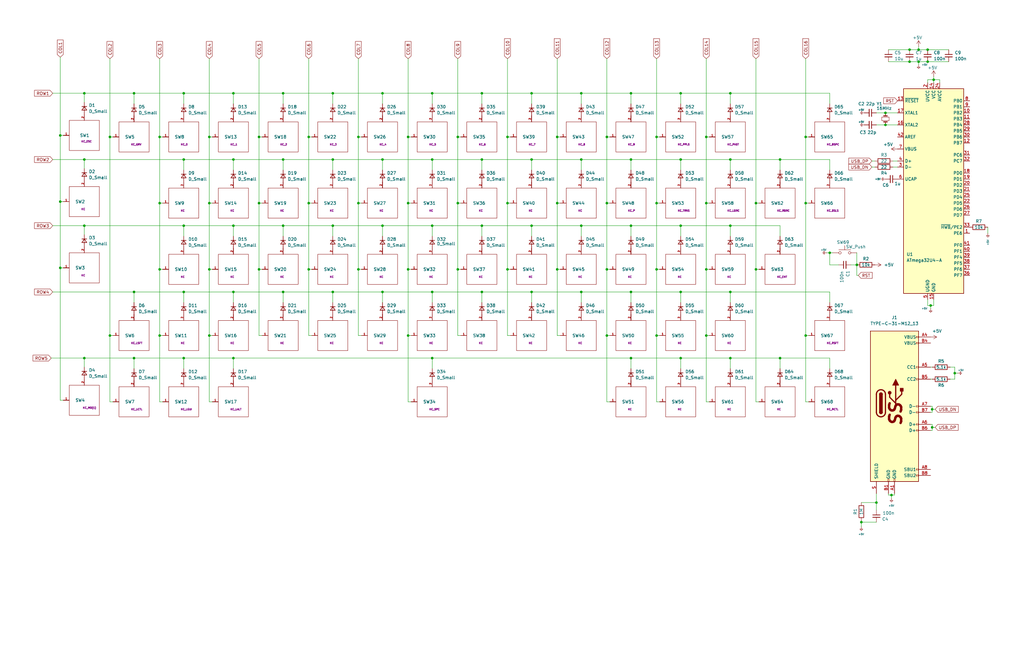
<source format=kicad_sch>
(kicad_sch (version 20211123) (generator eeschema)
  (paper "B")
  (junction (at 109.22 57.785))
  (junction (at 234.95 113.665))
  (junction (at 318.77 85.725))
  (junction (at 213.995 85.725))
  (junction (at 88.265 57.785))
  (junction (at 161.29 67.31))
  (junction (at 363.22 220.345))
  (junction (at 140.335 95.25))
  (junction (at 130.175 113.665))
  (junction (at 276.86 85.725))
  (junction (at 213.995 57.785))
  (junction (at 193.04 85.725))
  (junction (at 297.815 113.665))
  (junction (at 193.04 113.665))
  (junction (at 161.29 123.19))
  (junction (at 361.315 111.76))
  (junction (at 328.93 67.31))
  (junction (at 255.905 141.605))
  (junction (at 276.86 57.785))
  (junction (at 109.22 85.725))
  (junction (at 255.905 57.785))
  (junction (at 276.86 113.665))
  (junction (at 119.38 67.31))
  (junction (at 393.7 33.655))
  (junction (at 287.02 123.19))
  (junction (at 213.995 113.665))
  (junction (at 25.4 85.09))
  (junction (at 373.38 47.625))
  (junction (at 203.2 67.31))
  (junction (at 35.56 67.31))
  (junction (at 130.175 57.785))
  (junction (at 383.54 20.955))
  (junction (at 67.31 113.665))
  (junction (at 193.04 57.785))
  (junction (at 182.245 123.19))
  (junction (at 373.38 52.705))
  (junction (at 391.16 20.955))
  (junction (at 307.975 151.13))
  (junction (at 151.13 57.785))
  (junction (at 393.065 180.34))
  (junction (at 387.35 26.035))
  (junction (at 161.29 39.37))
  (junction (at 182.245 151.13))
  (junction (at 255.905 113.665))
  (junction (at 392.43 128.905))
  (junction (at 98.425 151.13))
  (junction (at 77.47 67.31))
  (junction (at 98.425 39.37))
  (junction (at 402.59 157.48))
  (junction (at 77.47 95.25))
  (junction (at 276.86 141.605))
  (junction (at 182.245 39.37))
  (junction (at 161.29 95.25))
  (junction (at 245.11 67.31))
  (junction (at 151.13 113.665))
  (junction (at 224.155 95.25))
  (junction (at 255.905 85.725))
  (junction (at 339.725 57.785))
  (junction (at 151.13 85.725))
  (junction (at 234.95 85.725))
  (junction (at 172.085 141.605))
  (junction (at 67.31 57.785))
  (junction (at 67.31 85.725))
  (junction (at 203.2 123.19))
  (junction (at 56.515 123.19))
  (junction (at 203.2 39.37))
  (junction (at 77.47 123.19))
  (junction (at 318.77 113.665))
  (junction (at 339.725 85.725))
  (junction (at 46.355 57.785))
  (junction (at 234.95 57.785))
  (junction (at 203.2 95.25))
  (junction (at 172.085 85.725))
  (junction (at 245.11 39.37))
  (junction (at 56.515 39.37))
  (junction (at 387.35 20.955))
  (junction (at 119.38 95.25))
  (junction (at 266.065 151.13))
  (junction (at 224.155 123.19))
  (junction (at 224.155 39.37))
  (junction (at 266.065 95.25))
  (junction (at 287.02 95.25))
  (junction (at 349.885 106.68))
  (junction (at 67.31 141.605))
  (junction (at 287.02 39.37))
  (junction (at 46.355 141.605))
  (junction (at 328.93 151.13))
  (junction (at 119.38 123.19))
  (junction (at 35.56 151.13))
  (junction (at 224.155 67.31))
  (junction (at 182.245 67.31))
  (junction (at 307.975 39.37))
  (junction (at 88.265 113.665))
  (junction (at 77.47 151.13))
  (junction (at 182.245 95.25))
  (junction (at 98.425 67.31))
  (junction (at 266.065 67.31))
  (junction (at 287.02 151.13))
  (junction (at 393.065 172.72))
  (junction (at 35.56 39.37))
  (junction (at 56.515 151.13))
  (junction (at 307.975 67.31))
  (junction (at 119.38 39.37))
  (junction (at 130.175 85.725))
  (junction (at 297.815 85.725))
  (junction (at 109.22 113.665))
  (junction (at 375.92 208.915))
  (junction (at 339.725 141.605))
  (junction (at 25.4 113.03))
  (junction (at 297.815 141.605))
  (junction (at 35.56 95.25))
  (junction (at 98.425 123.19))
  (junction (at 88.265 141.605))
  (junction (at 172.085 57.785))
  (junction (at 25.4 57.15))
  (junction (at 140.335 67.31))
  (junction (at 383.54 26.035))
  (junction (at 297.815 57.785))
  (junction (at 307.975 123.19))
  (junction (at 307.975 95.25))
  (junction (at 140.335 123.19))
  (junction (at 266.065 123.19))
  (junction (at 98.425 95.25))
  (junction (at 245.11 95.25))
  (junction (at 391.16 26.035))
  (junction (at 88.265 85.725))
  (junction (at 172.085 113.665))
  (junction (at 266.065 39.37))
  (junction (at 287.02 67.31))
  (junction (at 77.47 39.37))
  (junction (at 369.57 212.09))
  (junction (at 245.11 123.19))
  (junction (at 140.335 39.37))
  (wire (pts (xy 349.885 43.815) (xy 349.885 39.37)))
  (wire (pts (xy 377.19 208.915) (xy 377.19 208.28)))
  (wire (pts (xy 193.04 85.725) (xy 193.04 113.665)))
  (wire (pts (xy 88.265 141.605) (xy 89.535 141.605)))
  (wire (pts (xy 367.665 67.945) (xy 368.935 67.945)))
  (wire (pts (xy 266.065 99.695) (xy 266.065 95.25)))
  (wire (pts (xy 383.54 26.035) (xy 387.35 26.035)))
  (wire (pts (xy 393.7 126.365) (xy 393.7 128.905)))
  (wire (pts (xy 393.7 33.655) (xy 396.24 33.655)))
  (wire (pts (xy 287.02 123.19) (xy 266.065 123.19)))
  (wire (pts (xy 416.56 95.885) (xy 416.56 98.425)))
  (wire (pts (xy 339.725 57.785) (xy 339.725 85.725)))
  (wire (pts (xy 363.22 220.345) (xy 363.22 219.71)))
  (wire (pts (xy 276.86 141.605) (xy 276.86 169.545)))
  (wire (pts (xy 119.38 71.755) (xy 119.38 67.31)))
  (wire (pts (xy 46.355 57.785) (xy 47.625 57.785)))
  (wire (pts (xy 98.425 43.815) (xy 98.425 39.37)))
  (wire (pts (xy 361.95 116.205) (xy 361.315 116.205)))
  (wire (pts (xy 373.38 52.705) (xy 378.46 52.705)))
  (wire (pts (xy 119.38 67.31) (xy 98.425 67.31)))
  (wire (pts (xy 67.31 141.605) (xy 67.31 169.545)))
  (wire (pts (xy 193.04 113.665) (xy 194.31 113.665)))
  (wire (pts (xy 339.725 141.605) (xy 339.725 169.545)))
  (wire (pts (xy 151.13 141.605) (xy 152.4 141.605)))
  (wire (pts (xy 35.56 154.94) (xy 35.56 151.13)))
  (wire (pts (xy 46.355 141.605) (xy 46.355 169.545)))
  (wire (pts (xy 392.43 128.905) (xy 391.16 128.905)))
  (wire (pts (xy 35.56 99.06) (xy 35.56 95.25)))
  (wire (pts (xy 224.155 123.19) (xy 203.2 123.19)))
  (wire (pts (xy 98.425 39.37) (xy 77.47 39.37)))
  (wire (pts (xy 287.02 67.31) (xy 266.065 67.31)))
  (wire (pts (xy 98.425 99.695) (xy 98.425 95.25)))
  (wire (pts (xy 339.725 169.545) (xy 340.995 169.545)))
  (wire (pts (xy 88.265 24.765) (xy 88.265 57.785)))
  (wire (pts (xy 393.7 128.905) (xy 392.43 128.905)))
  (wire (pts (xy 234.95 113.665) (xy 234.95 141.605)))
  (wire (pts (xy 391.16 128.905) (xy 391.16 126.365)))
  (wire (pts (xy 130.175 85.725) (xy 130.175 113.665)))
  (wire (pts (xy 369.57 52.705) (xy 373.38 52.705)))
  (wire (pts (xy 297.815 113.665) (xy 297.815 141.605)))
  (wire (pts (xy 119.38 39.37) (xy 98.425 39.37)))
  (wire (pts (xy 172.085 141.605) (xy 173.355 141.605)))
  (wire (pts (xy 276.86 113.665) (xy 276.86 141.605)))
  (wire (pts (xy 25.4 113.03) (xy 25.4 168.91)))
  (wire (pts (xy 387.35 20.955) (xy 391.16 20.955)))
  (wire (pts (xy 213.995 113.665) (xy 213.995 141.605)))
  (wire (pts (xy 320.04 85.725) (xy 318.77 85.725)))
  (wire (pts (xy 276.86 57.785) (xy 276.86 85.725)))
  (wire (pts (xy 140.335 67.31) (xy 119.38 67.31)))
  (wire (pts (xy 161.29 123.19) (xy 140.335 123.19)))
  (wire (pts (xy 393.065 173.99) (xy 392.43 173.99)))
  (wire (pts (xy 130.175 113.665) (xy 131.445 113.665)))
  (wire (pts (xy 161.29 127.635) (xy 161.29 123.19)))
  (wire (pts (xy 224.155 67.31) (xy 203.2 67.31)))
  (wire (pts (xy 349.885 106.68) (xy 348.615 106.68)))
  (wire (pts (xy 255.905 141.605) (xy 255.905 169.545)))
  (wire (pts (xy 182.245 155.575) (xy 182.245 151.13)))
  (wire (pts (xy 67.31 113.665) (xy 67.31 141.605)))
  (wire (pts (xy 119.38 127.635) (xy 119.38 123.19)))
  (wire (pts (xy 194.31 85.725) (xy 193.04 85.725)))
  (wire (pts (xy 213.995 57.785) (xy 213.995 85.725)))
  (wire (pts (xy 349.885 155.575) (xy 349.885 151.13)))
  (wire (pts (xy 130.175 24.765) (xy 130.175 57.785)))
  (wire (pts (xy 266.065 127.635) (xy 266.065 123.19)))
  (wire (pts (xy 318.77 113.665) (xy 320.04 113.665)))
  (wire (pts (xy 255.905 169.545) (xy 257.175 169.545)))
  (wire (pts (xy 25.4 113.03) (xy 26.67 113.03)))
  (wire (pts (xy 35.56 39.37) (xy 22.225 39.37)))
  (wire (pts (xy 68.58 85.725) (xy 67.31 85.725)))
  (wire (pts (xy 266.065 39.37) (xy 245.11 39.37)))
  (wire (pts (xy 67.31 57.785) (xy 68.58 57.785)))
  (wire (pts (xy 213.995 113.665) (xy 215.265 113.665)))
  (wire (pts (xy 46.355 24.765) (xy 46.355 57.785)))
  (wire (pts (xy 276.86 24.765) (xy 276.86 57.785)))
  (wire (pts (xy 257.175 85.725) (xy 255.905 85.725)))
  (wire (pts (xy 387.35 19.685) (xy 387.35 20.955)))
  (wire (pts (xy 307.975 123.19) (xy 287.02 123.19)))
  (wire (pts (xy 266.065 67.31) (xy 245.11 67.31)))
  (wire (pts (xy 349.885 111.76) (xy 349.885 106.68)))
  (wire (pts (xy 161.29 43.815) (xy 161.29 39.37)))
  (wire (pts (xy 393.7 32.385) (xy 393.7 33.655)))
  (wire (pts (xy 328.93 71.755) (xy 328.93 67.31)))
  (wire (pts (xy 393.065 179.07) (xy 393.065 180.34)))
  (wire (pts (xy 88.265 169.545) (xy 89.535 169.545)))
  (wire (pts (xy 46.355 169.545) (xy 47.625 169.545)))
  (wire (pts (xy 213.995 24.765) (xy 213.995 57.785)))
  (wire (pts (xy 109.22 57.785) (xy 109.22 85.725)))
  (wire (pts (xy 88.265 57.785) (xy 89.535 57.785)))
  (wire (pts (xy 393.065 171.45) (xy 392.43 171.45)))
  (wire (pts (xy 25.4 85.09) (xy 25.4 113.03)))
  (wire (pts (xy 98.425 123.19) (xy 77.47 123.19)))
  (wire (pts (xy 255.905 113.665) (xy 255.905 141.605)))
  (wire (pts (xy 22.225 123.19) (xy 56.515 123.19)))
  (wire (pts (xy 245.11 127.635) (xy 245.11 123.19)))
  (wire (pts (xy 203.2 95.25) (xy 182.245 95.25)))
  (wire (pts (xy 193.04 57.785) (xy 193.04 85.725)))
  (wire (pts (xy 383.54 20.955) (xy 387.35 20.955)))
  (wire (pts (xy 234.95 113.665) (xy 236.22 113.665)))
  (wire (pts (xy 369.57 47.625) (xy 373.38 47.625)))
  (wire (pts (xy 236.22 85.725) (xy 234.95 85.725)))
  (wire (pts (xy 245.11 95.25) (xy 224.155 95.25)))
  (wire (pts (xy 307.975 127.635) (xy 307.975 123.19)))
  (wire (pts (xy 339.725 24.765) (xy 339.725 57.785)))
  (wire (pts (xy 278.13 85.725) (xy 276.86 85.725)))
  (wire (pts (xy 307.975 151.13) (xy 287.02 151.13)))
  (wire (pts (xy 353.695 111.76) (xy 349.885 111.76)))
  (wire (pts (xy 193.04 141.605) (xy 194.31 141.605)))
  (wire (pts (xy 130.175 57.785) (xy 131.445 57.785)))
  (wire (pts (xy 131.445 85.725) (xy 130.175 85.725)))
  (wire (pts (xy 349.885 106.68) (xy 351.155 106.68)))
  (wire (pts (xy 393.065 179.07) (xy 392.43 179.07)))
  (wire (pts (xy 387.35 26.035) (xy 387.35 27.305)))
  (wire (pts (xy 245.11 39.37) (xy 224.155 39.37)))
  (wire (pts (xy 77.47 123.19) (xy 56.515 123.19)))
  (wire (pts (xy 234.95 141.605) (xy 236.22 141.605)))
  (wire (pts (xy 224.155 99.695) (xy 224.155 95.25)))
  (wire (pts (xy 119.38 99.695) (xy 119.38 95.25)))
  (wire (pts (xy 77.47 39.37) (xy 56.515 39.37)))
  (wire (pts (xy 339.725 141.605) (xy 340.995 141.605)))
  (wire (pts (xy 35.56 67.31) (xy 22.225 67.31)))
  (wire (pts (xy 140.335 43.815) (xy 140.335 39.37)))
  (wire (pts (xy 400.685 160.02) (xy 402.59 160.02)))
  (wire (pts (xy 56.515 39.37) (xy 35.56 39.37)))
  (wire (pts (xy 119.38 95.25) (xy 98.425 95.25)))
  (wire (pts (xy 25.4 24.13) (xy 25.4 57.15)))
  (wire (pts (xy 193.04 57.785) (xy 194.31 57.785)))
  (wire (pts (xy 307.975 155.575) (xy 307.975 151.13)))
  (wire (pts (xy 213.995 141.605) (xy 215.265 141.605)))
  (wire (pts (xy 151.13 113.665) (xy 152.4 113.665)))
  (wire (pts (xy 391.16 33.655) (xy 393.7 33.655)))
  (wire (pts (xy 56.515 155.575) (xy 56.515 151.13)))
  (wire (pts (xy 318.77 85.725) (xy 318.77 113.665)))
  (wire (pts (xy 307.975 123.19) (xy 349.885 123.19)))
  (wire (pts (xy 35.56 95.25) (xy 77.47 95.25)))
  (wire (pts (xy 193.04 113.665) (xy 193.04 141.605)))
  (wire (pts (xy 339.725 85.725) (xy 339.725 141.605)))
  (wire (pts (xy 375.92 208.915) (xy 375.92 210.185)))
  (wire (pts (xy 391.16 20.955) (xy 400.05 20.955)))
  (wire (pts (xy 25.4 57.15) (xy 26.67 57.15)))
  (wire (pts (xy 151.13 57.785) (xy 151.13 85.725)))
  (wire (pts (xy 224.155 95.25) (xy 203.2 95.25)))
  (wire (pts (xy 363.22 220.345) (xy 369.57 220.345)))
  (wire (pts (xy 161.29 99.695) (xy 161.29 95.25)))
  (wire (pts (xy 287.02 39.37) (xy 266.065 39.37)))
  (wire (pts (xy 375.92 208.915) (xy 377.19 208.915)))
  (wire (pts (xy 266.065 155.575) (xy 266.065 151.13)))
  (wire (pts (xy 276.86 113.665) (xy 278.13 113.665)))
  (wire (pts (xy 109.22 24.765) (xy 109.22 57.785)))
  (wire (pts (xy 182.245 99.695) (xy 182.245 95.25)))
  (wire (pts (xy 297.815 113.665) (xy 299.085 113.665)))
  (wire (pts (xy 266.065 123.19) (xy 245.11 123.19)))
  (wire (pts (xy 56.515 151.13) (xy 35.56 151.13)))
  (wire (pts (xy 393.065 180.34) (xy 393.065 181.61)))
  (wire (pts (xy 203.2 39.37) (xy 182.245 39.37)))
  (wire (pts (xy 88.265 141.605) (xy 88.265 169.545)))
  (wire (pts (xy 287.02 155.575) (xy 287.02 151.13)))
  (wire (pts (xy 203.2 67.31) (xy 182.245 67.31)))
  (wire (pts (xy 266.065 71.755) (xy 266.065 67.31)))
  (wire (pts (xy 182.245 127.635) (xy 182.245 123.19)))
  (wire (pts (xy 215.265 85.725) (xy 213.995 85.725)))
  (wire (pts (xy 234.95 24.765) (xy 234.95 57.785)))
  (wire (pts (xy 67.31 57.785) (xy 67.31 85.725)))
  (wire (pts (xy 297.815 57.785) (xy 299.085 57.785)))
  (wire (pts (xy 224.155 39.37) (xy 203.2 39.37)))
  (wire (pts (xy 172.085 57.785) (xy 173.355 57.785)))
  (wire (pts (xy 172.085 24.765) (xy 172.085 57.785)))
  (wire (pts (xy 172.085 113.665) (xy 172.085 141.605)))
  (wire (pts (xy 77.47 127.635) (xy 77.47 123.19)))
  (wire (pts (xy 26.67 85.09) (xy 25.4 85.09)))
  (wire (pts (xy 393.7 33.655) (xy 393.7 34.925)))
  (wire (pts (xy 203.2 127.635) (xy 203.2 123.19)))
  (wire (pts (xy 255.905 85.725) (xy 255.905 113.665)))
  (wire (pts (xy 287.02 151.13) (xy 266.065 151.13)))
  (wire (pts (xy 172.085 169.545) (xy 173.355 169.545)))
  (wire (pts (xy 98.425 155.575) (xy 98.425 151.13)))
  (wire (pts (xy 182.245 71.755) (xy 182.245 67.31)))
  (wire (pts (xy 98.425 151.13) (xy 77.47 151.13)))
  (wire (pts (xy 234.95 57.785) (xy 236.22 57.785)))
  (wire (pts (xy 203.2 123.19) (xy 182.245 123.19)))
  (wire (pts (xy 287.02 99.695) (xy 287.02 95.25)))
  (wire (pts (xy 318.77 113.665) (xy 318.77 169.545)))
  (wire (pts (xy 46.355 57.785) (xy 46.355 141.605)))
  (wire (pts (xy 140.335 99.695) (xy 140.335 95.25)))
  (wire (pts (xy 245.11 67.31) (xy 224.155 67.31)))
  (wire (pts (xy 182.245 39.37) (xy 161.29 39.37)))
  (wire (pts (xy 98.425 127.635) (xy 98.425 123.19)))
  (wire (pts (xy 88.265 113.665) (xy 88.265 141.605)))
  (wire (pts (xy 297.815 169.545) (xy 299.085 169.545)))
  (wire (pts (xy 140.335 95.25) (xy 119.38 95.25)))
  (wire (pts (xy 193.04 24.765) (xy 193.04 57.785)))
  (wire (pts (xy 88.265 113.665) (xy 89.535 113.665)))
  (wire (pts (xy 110.49 85.725) (xy 109.22 85.725)))
  (wire (pts (xy 161.29 39.37) (xy 140.335 39.37)))
  (wire (pts (xy 98.425 95.25) (xy 77.47 95.25)))
  (wire (pts (xy 297.815 141.605) (xy 297.815 169.545)))
  (wire (pts (xy 109.22 57.785) (xy 110.49 57.785)))
  (wire (pts (xy 152.4 85.725) (xy 151.13 85.725)))
  (wire (pts (xy 56.515 43.815) (xy 56.515 39.37)))
  (wire (pts (xy 140.335 127.635) (xy 140.335 123.19)))
  (wire (pts (xy 307.975 95.25) (xy 287.02 95.25)))
  (wire (pts (xy 276.86 85.725) (xy 276.86 113.665)))
  (wire (pts (xy 67.31 85.725) (xy 67.31 113.665)))
  (wire (pts (xy 98.425 151.13) (xy 182.245 151.13)))
  (wire (pts (xy 276.86 57.785) (xy 278.13 57.785)))
  (wire (pts (xy 172.085 141.605) (xy 172.085 169.545)))
  (wire (pts (xy 140.335 123.19) (xy 119.38 123.19)))
  (wire (pts (xy 255.905 57.785) (xy 255.905 85.725)))
  (wire (pts (xy 77.47 99.695) (xy 77.47 95.25)))
  (wire (pts (xy 151.13 57.785) (xy 152.4 57.785)))
  (wire (pts (xy 363.22 222.25) (xy 363.22 220.345)))
  (wire (pts (xy 67.31 141.605) (xy 68.58 141.605)))
  (wire (pts (xy 234.95 57.785) (xy 234.95 85.725)))
  (wire (pts (xy 373.38 47.625) (xy 378.46 47.625)))
  (wire (pts (xy 25.4 57.15) (xy 25.4 85.09)))
  (wire (pts (xy 88.265 57.785) (xy 88.265 85.725)))
  (wire (pts (xy 98.425 67.31) (xy 77.47 67.31)))
  (wire (pts (xy 402.59 160.02) (xy 402.59 157.48)))
  (wire (pts (xy 161.29 71.755) (xy 161.29 67.31)))
  (wire (pts (xy 374.65 20.955) (xy 383.54 20.955)))
  (wire (pts (xy 109.22 85.725) (xy 109.22 113.665)))
  (wire (pts (xy 25.4 168.91) (xy 26.67 168.91)))
  (wire (pts (xy 151.13 85.725) (xy 151.13 113.665)))
  (wire (pts (xy 276.86 169.545) (xy 278.13 169.545)))
  (wire (pts (xy 182.245 67.31) (xy 161.29 67.31)))
  (wire (pts (xy 287.02 95.25) (xy 266.065 95.25)))
  (wire (pts (xy 88.265 85.725) (xy 88.265 113.665)))
  (wire (pts (xy 328.93 95.25) (xy 307.975 95.25)))
  (wire (pts (xy 119.38 123.19) (xy 98.425 123.19)))
  (wire (pts (xy 35.56 43.18) (xy 35.56 39.37)))
  (wire (pts (xy 245.11 43.815) (xy 245.11 39.37)))
  (wire (pts (xy 374.65 208.915) (xy 375.92 208.915)))
  (wire (pts (xy 391.16 34.925) (xy 391.16 33.655)))
  (wire (pts (xy 378.46 67.945) (xy 376.555 67.945)))
  (wire (pts (xy 363.22 212.09) (xy 369.57 212.09)))
  (wire (pts (xy 203.2 99.695) (xy 203.2 95.25)))
  (wire (pts (xy 130.175 57.785) (xy 130.175 85.725)))
  (wire (pts (xy 287.02 127.635) (xy 287.02 123.19)))
  (wire (pts (xy 307.975 43.815) (xy 307.975 39.37)))
  (wire (pts (xy 393.065 181.61) (xy 392.43 181.61)))
  (wire (pts (xy 67.31 113.665) (xy 68.58 113.665)))
  (wire (pts (xy 77.47 151.13) (xy 56.515 151.13)))
  (wire (pts (xy 266.065 43.815) (xy 266.065 39.37)))
  (wire (pts (xy 140.335 71.755) (xy 140.335 67.31)))
  (wire (pts (xy 349.885 151.13) (xy 328.93 151.13)))
  (wire (pts (xy 299.085 85.725) (xy 297.815 85.725)))
  (wire (pts (xy 203.2 71.755) (xy 203.2 67.31)))
  (wire (pts (xy 255.905 113.665) (xy 257.175 113.665)))
  (wire (pts (xy 307.975 39.37) (xy 287.02 39.37)))
  (wire (pts (xy 328.93 151.13) (xy 307.975 151.13)))
  (wire (pts (xy 35.56 151.13) (xy 21.59 151.13)))
  (wire (pts (xy 172.085 113.665) (xy 173.355 113.665)))
  (wire (pts (xy 349.885 71.755) (xy 349.885 67.31)))
  (wire (pts (xy 234.95 85.725) (xy 234.95 113.665)))
  (wire (pts (xy 89.535 85.725) (xy 88.265 85.725)))
  (wire (pts (xy 349.885 127.635) (xy 349.885 123.19)))
  (wire (pts (xy 109.22 113.665) (xy 110.49 113.665)))
  (wire (pts (xy 203.2 43.815) (xy 203.2 39.37)))
  (wire (pts (xy 172.085 85.725) (xy 172.085 113.665)))
  (wire (pts (xy 374.65 26.035) (xy 383.54 26.035)))
  (wire (pts (xy 339.725 57.785) (xy 340.995 57.785)))
  (wire (pts (xy 393.065 180.34) (xy 394.335 180.34)))
  (wire (pts (xy 402.59 157.48) (xy 403.86 157.48)))
  (wire (pts (xy 245.11 123.19) (xy 224.155 123.19)))
  (wire (pts (xy 245.11 99.695) (xy 245.11 95.25)))
  (wire (pts (xy 376.555 70.485) (xy 378.46 70.485)))
  (wire (pts (xy 140.335 39.37) (xy 119.38 39.37)))
  (wire (pts (xy 67.31 169.545) (xy 68.58 169.545)))
  (wire (pts (xy 287.02 43.815) (xy 287.02 39.37)))
  (wire (pts (xy 182.245 123.19) (xy 161.29 123.19)))
  (wire (pts (xy 224.155 43.815) (xy 224.155 39.37)))
  (wire (pts (xy 213.995 85.725) (xy 213.995 113.665)))
  (wire (pts (xy 67.31 24.765) (xy 67.31 57.785)))
  (wire (pts (xy 130.175 113.665) (xy 130.175 141.605)))
  (wire (pts (xy 35.56 67.31) (xy 77.47 67.31)))
  (wire (pts (xy 46.355 141.605) (xy 47.625 141.605)))
  (wire (pts (xy 393.065 172.72) (xy 394.335 172.72)))
  (wire (pts (xy 392.43 154.94) (xy 393.065 154.94)))
  (wire (pts (xy 369.57 212.09) (xy 369.57 215.265)))
  (wire (pts (xy 182.245 95.25) (xy 161.29 95.25)))
  (wire (pts (xy 56.515 127.635) (xy 56.515 123.19)))
  (wire (pts (xy 213.995 57.785) (xy 215.265 57.785)))
  (wire (pts (xy 109.22 113.665) (xy 109.22 141.605)))
  (wire (pts (xy 392.43 128.905) (xy 392.43 130.175)))
  (wire (pts (xy 109.22 141.605) (xy 110.49 141.605)))
  (wire (pts (xy 393.065 172.72) (xy 393.065 173.99)))
  (wire (pts (xy 255.905 24.765) (xy 255.905 57.785)))
  (wire (pts (xy 130.175 141.605) (xy 131.445 141.605)))
  (wire (pts (xy 287.02 71.755) (xy 287.02 67.31)))
  (wire (pts (xy 98.425 71.755) (xy 98.425 67.31)))
  (wire (pts (xy 77.47 71.755) (xy 77.47 67.31)))
  (wire (pts (xy 35.56 95.25) (xy 22.225 95.25)))
  (wire (pts (xy 297.815 141.605) (xy 299.085 141.605)))
  (wire (pts (xy 119.38 43.815) (xy 119.38 39.37)))
  (wire (pts (xy 392.43 160.02) (xy 393.065 160.02)))
  (wire (pts (xy 340.995 85.725) (xy 339.725 85.725)))
  (wire (pts (xy 245.11 71.755) (xy 245.11 67.31)))
  (wire (pts (xy 35.56 71.12) (xy 35.56 67.31)))
  (wire (pts (xy 349.885 67.31) (xy 328.93 67.31)))
  (wire (pts (xy 361.315 106.68) (xy 361.315 111.76)))
  (wire (pts (xy 367.665 70.485) (xy 368.935 70.485)))
  (wire (pts (xy 151.13 113.665) (xy 151.13 141.605)))
  (wire (pts (xy 361.315 111.76) (xy 361.315 116.205)))
  (wire (pts (xy 402.59 157.48) (xy 402.59 154.94)))
  (wire (pts (xy 328.93 67.31) (xy 307.975 67.31)))
  (wire (pts (xy 318.77 24.765) (xy 318.77 85.725)))
  (wire (pts (xy 374.65 208.915) (xy 374.65 208.28)))
  (wire (pts (xy 151.13 24.765) (xy 151.13 57.785)))
  (wire (pts (xy 255.905 57.785) (xy 257.175 57.785)))
  (wire (pts (xy 297.815 57.785) (xy 297.815 85.725)))
  (wire (pts (xy 361.315 111.76) (xy 358.775 111.76)))
  (wire (pts (xy 307.975 67.31) (xy 287.02 67.31)))
  (wire (pts (xy 77.47 155.575) (xy 77.47 151.13)))
  (wire (pts (xy 328.93 99.695) (xy 328.93 95.25)))
  (wire (pts (xy 328.93 155.575) (xy 328.93 151.13)))
  (wire (pts (xy 266.065 95.25) (xy 245.11 95.25)))
  (wire (pts (xy 297.815 85.725) (xy 297.815 113.665)))
  (wire (pts (xy 173.355 85.725) (xy 172.085 85.725)))
  (wire (pts (xy 391.16 26.035) (xy 400.05 26.035)))
  (wire (pts (xy 396.24 33.655) (xy 396.24 34.925)))
  (wire (pts (xy 224.155 71.755) (xy 224.155 67.31)))
  (wire (pts (xy 276.86 141.605) (xy 278.13 141.605)))
  (wire (pts (xy 255.905 141.605) (xy 257.175 141.605)))
  (wire (pts (xy 77.47 43.815) (xy 77.47 39.37)))
  (wire (pts (xy 307.975 39.37) (xy 349.885 39.37)))
  (wire (pts (xy 182.245 43.815) (xy 182.245 39.37)))
  (wire (pts (xy 307.975 71.755) (xy 307.975 67.31)))
  (wire (pts (xy 161.29 95.25) (xy 140.335 95.25)))
  (wire (pts (xy 297.815 24.765) (xy 297.815 57.785)))
  (wire (pts (xy 182.245 151.13) (xy 266.065 151.13)))
  (wire (pts (xy 387.35 26.035) (xy 391.16 26.035)))
  (wire (pts (xy 393.065 171.45) (xy 393.065 172.72)))
  (wire (pts (xy 172.085 57.785) (xy 172.085 85.725)))
  (wire (pts (xy 161.29 67.31) (xy 140.335 67.31)))
  (wire (pts (xy 402.59 154.94) (xy 400.685 154.94)))
  (wire (pts (xy 224.155 127.635) (xy 224.155 123.19)))
  (wire (pts (xy 369.57 208.28) (xy 369.57 212.09)))
  (wire (pts (xy 307.975 99.695) (xy 307.975 95.25)))
  (wire (pts (xy 318.77 169.545) (xy 320.04 169.545)))
  (global_label "USB_DP" (shape input) (at 394.335 180.34 0) (property "Intersheet References" "${INTERSHEET_REFS}" (effects hide)))
  (global_label "RST" (shape input) (at 361.95 116.205 0) (property "Intersheet References" "${INTERSHEET_REFS}" (effects hide)))
  (global_label "COL11" (shape input) (at 234.95 24.765 90) (property "Intersheet References" "${INTERSHEET_REFS}" (effects hide)))
  (global_label "ROW3" (shape input) (at 22.225 95.25 180) (property "Intersheet References" "${INTERSHEET_REFS}" (effects hide)))
  (global_label "COL2" (shape input) (at 46.355 24.765 90) (property "Intersheet References" "${INTERSHEET_REFS}" (effects hide)))
  (global_label "COL12" (shape input) (at 255.905 24.765 90) (property "Intersheet References" "${INTERSHEET_REFS}" (effects hide)))
  (global_label "RST" (shape input) (at 378.46 42.545 180) (property "Intersheet References" "${INTERSHEET_REFS}" (effects hide)))
  (global_label "USB_DP" (shape input) (at 367.665 67.945 180) (property "Intersheet References" "${INTERSHEET_REFS}" (effects hide)))
  (global_label "COL10" (shape input) (at 213.995 24.765 90) (property "Intersheet References" "${INTERSHEET_REFS}" (effects hide)))
  (global_label "COL8" (shape input) (at 172.085 24.765 90) (property "Intersheet References" "${INTERSHEET_REFS}" (effects hide)))
  (global_label "COL15" (shape input) (at 318.77 24.765 90) (property "Intersheet References" "${INTERSHEET_REFS}" (effects hide)))
  (global_label "COL7" (shape input) (at 151.13 24.765 90) (property "Intersheet References" "${INTERSHEET_REFS}" (effects hide)))
  (global_label "USB_DN" (shape input) (at 367.665 70.485 180) (property "Intersheet References" "${INTERSHEET_REFS}" (effects hide)))
  (global_label "ROW2" (shape input) (at 22.225 67.31 180) (property "Intersheet References" "${INTERSHEET_REFS}" (effects hide)))
  (global_label "COL16" (shape input) (at 339.725 24.765 90) (property "Intersheet References" "${INTERSHEET_REFS}" (effects hide)))
  (global_label "ROW5" (shape input) (at 21.59 151.13 180) (property "Intersheet References" "${INTERSHEET_REFS}" (effects hide)))
  (global_label "COL14" (shape input) (at 297.815 24.765 90) (property "Intersheet References" "${INTERSHEET_REFS}" (effects hide)))
  (global_label "COL5" (shape input) (at 109.22 24.765 90) (property "Intersheet References" "${INTERSHEET_REFS}" (effects hide)))
  (global_label "ROW4" (shape input) (at 22.225 123.19 180) (property "Intersheet References" "${INTERSHEET_REFS}" (effects hide)))
  (global_label "ROW1" (shape input) (at 22.225 39.37 180) (property "Intersheet References" "${INTERSHEET_REFS}" (effects hide)))
  (global_label "COL1" (shape input) (at 25.4 24.13 90) (property "Intersheet References" "${INTERSHEET_REFS}" (effects hide)))
  (global_label "COL6" (shape input) (at 130.175 24.765 90) (property "Intersheet References" "${INTERSHEET_REFS}" (effects hide)))
  (global_label "COL9" (shape input) (at 193.04 24.765 90) (property "Intersheet References" "${INTERSHEET_REFS}" (effects hide)))
  (global_label "COL4" (shape input) (at 88.265 24.765 90) (property "Intersheet References" "${INTERSHEET_REFS}" (effects hide)))
  (global_label "COL3" (shape input) (at 67.31 24.765 90) (property "Intersheet References" "${INTERSHEET_REFS}" (effects hide)))
  (global_label "USB_DN" (shape input) (at 394.335 172.72 0) (property "Intersheet References" "${INTERSHEET_REFS}" (effects hide)))
  (global_label "COL13" (shape input) (at 276.86 24.765 90) (property "Intersheet References" "${INTERSHEET_REFS}" (effects hide)))
  (symbol (lib_id "acheron_Symbols:Mechanical_Switch") (at 98.425 85.725 0) (unit 1)
    (property "Reference" "SW14" (at 94.615 85.725 0) (effects (justify left)))
    (property "Value" "Mechanical_Switch" (effects hide))
    (property "Keycode" "KC" (at 97.155 88.9 0) (effects (font (size 0.762 0.762)) (justify left)))
  )
  (symbol (lib_id "Device:C_Small") (at 367.03 47.625 270) (unit 1)
    (property "Reference" "C2" (at 363.22 43.815 90))
    (property "Value" "22p" (at 367.03 43.815 90))
  )
  (symbol (lib_id "Device:D_Small") (at 287.02 130.175 270) (unit 1)
    (property "Reference" "D55" (at 288.925 128.9049 90) (effects (justify left)))
    (property "Value" "D_Small" (at 288.925 131.4449 90) (effects (justify left)))
  )
  (symbol (lib_id "Device:D_Small") (at 224.155 74.295 270) (unit 1)
    (property "Reference" "D40" (at 226.06 73.0249 90) (effects (justify left)))
    (property "Value" "D_Small" (at 226.06 75.5649 90) (effects (justify left)))
  )
  (symbol (lib_id "acheron_Symbols:Mechanical_Switch") (at 287.02 113.665 0) (unit 1)
    (property "Reference" "SW54" (at 283.21 113.665 0) (effects (justify left)))
    (property "Value" "Mechanical_Switch" (effects hide))
    (property "Keycode" "KC" (at 285.75 116.84 0) (effects (font (size 0.762 0.762)) (justify left)))
  )
  (symbol (lib_id "acheron_Symbols:Mechanical_Switch") (at 307.975 141.605 0) (unit 1)
    (property "Reference" "SW60" (at 304.165 141.605 0) (effects (justify left)))
    (property "Value" "Mechanical_Switch" (effects hide))
    (property "Keycode" "KC" (at 306.705 144.78 0) (effects (font (size 0.762 0.762)) (justify left)))
  )
  (symbol (lib_id "acheron_Symbols:TYPE-C-31-M12_13") (at 377.19 171.45 0) (unit 1)
    (property "Reference" "J1" (at 377.19 133.985 0))
    (property "Value" "TYPE-C-31-M12_13" (at 377.19 136.525 0))
    (property "Footprint" "acheronConnectors:TYPE-C-31-M-12" (effects hide))
  )
  (symbol (lib_id "Device:D_Small") (at 98.425 158.115 270) (unit 1)
    (property "Reference" "D17" (at 100.33 156.8449 90) (effects (justify left)))
    (property "Value" "D_Small" (at 100.33 159.3849 90) (effects (justify left)))
  )
  (symbol (lib_id "Device:C_Small") (at 369.57 217.805 0) (mirror y) (unit 1)
    (property "Reference" "C4" (at 374.65 219.075 0) (effects (justify left)))
    (property "Value" "100n" (at 377.19 216.535 0) (effects (justify left)))
  )
  (symbol (lib_id "Device:D_Small") (at 182.245 130.175 270) (unit 1)
    (property "Reference" "D33" (at 184.15 128.9049 90) (effects (justify left)))
    (property "Value" "D_Small" (at 184.15 131.4449 90) (effects (justify left)))
  )
  (symbol (lib_id "power:+5V") (at 392.43 142.24 270) (unit 1)
    (property "Reference" "#PWR0114" (effects hide))
    (property "Value" "+5V" (at 393.065 139.7 90) (effects (justify left)))
  )
  (symbol (lib_id "acheron_Symbols:Mechanical_Switch") (at 98.425 141.605 0) (unit 1)
    (property "Reference" "SW16" (at 94.615 141.605 0) (effects (justify left)))
    (property "Value" "Mechanical_Switch" (effects hide))
    (property "Keycode" "KC" (at 97.155 144.78 0) (effects (font (size 0.762 0.762)) (justify left)))
  )
  (symbol (lib_id "acheron_Symbols:Mechanical_Switch") (at 182.245 141.605 0) (unit 1)
    (property "Reference" "SW33" (at 178.435 141.605 0) (effects (justify left)))
    (property "Value" "Mechanical_Switch" (effects hide))
    (property "Keycode" "KC" (at 180.975 144.78 0) (effects (font (size 0.762 0.762)) (justify left)))
  )
  (symbol (lib_id "keyboard_parts:GND") (at 363.22 222.25 0) (unit 1)
    (property "Reference" "#PWR0108" (effects hide))
    (property "Value" "GND" (at 361.95 225.425 0) (effects (font (size 0.762 0.762)) (justify left)))
  )
  (symbol (lib_id "power:+5V") (at 387.35 19.685 0) (unit 1)
    (property "Reference" "#PWR0101" (effects hide))
    (property "Value" "+5V" (at 384.81 15.875 0) (effects (justify left)))
  )
  (symbol (lib_id "acheron_Symbols:Mechanical_Switch") (at 266.065 85.725 0) (unit 1)
    (property "Reference" "SW48" (at 262.255 85.725 0) (effects (justify left)))
    (property "Value" "Mechanical_Switch" (effects hide))
    (property "Keycode" "KC_P" (at 264.795 88.9 0) (effects (font (size 0.762 0.762)) (justify left)))
  )
  (symbol (lib_id "Device:D_Small") (at 287.02 74.295 270) (unit 1)
    (property "Reference" "D53" (at 288.925 73.0249 90) (effects (justify left)))
    (property "Value" "D_Small" (at 288.925 75.5649 90) (effects (justify left)))
  )
  (symbol (lib_id "acheron_Symbols:Mechanical_Switch") (at 56.515 57.785 0) (unit 1)
    (property "Reference" "SW5" (at 52.705 57.785 0) (effects (justify left)))
    (property "Value" "Mechanical_Switch" (effects hide))
    (property "Keycode" "KC_GRV" (at 55.245 60.96 0) (effects (font (size 0.762 0.762)) (justify left)))
  )
  (symbol (lib_id "Device:D_Small") (at 245.11 74.295 270) (unit 1)
    (property "Reference" "D44" (at 247.015 73.0249 90) (effects (justify left)))
    (property "Value" "D_Small" (at 247.015 75.5649 90) (effects (justify left)))
  )
  (symbol (lib_id "Device:D_Small") (at 307.975 102.235 270) (unit 1)
    (property "Reference" "D59" (at 309.88 100.9649 90) (effects (justify left)))
    (property "Value" "D_Small" (at 309.88 103.5049 90) (effects (justify left)))
  )
  (symbol (lib_id "Device:D_Small") (at 119.38 102.235 270) (unit 1)
    (property "Reference" "D20" (at 121.285 100.9649 90) (effects (justify left)))
    (property "Value" "D_Small" (at 121.285 103.5049 90) (effects (justify left)))
  )
  (symbol (lib_id "acheron_Symbols:Mechanical_Switch") (at 56.515 169.545 0) (unit 1)
    (property "Reference" "SW7" (at 52.705 169.545 0) (effects (justify left)))
    (property "Value" "Mechanical_Switch" (effects hide))
    (property "Keycode" "KC_LCTL" (at 55.245 172.72 0) (effects (font (size 0.762 0.762)) (justify left)))
  )
  (symbol (lib_id "Device:D_Small") (at 307.975 46.355 270) (unit 1)
    (property "Reference" "D57" (at 309.88 45.0849 90) (effects (justify left)))
    (property "Value" "D_Small" (at 309.88 47.6249 90) (effects (justify left)))
  )
  (symbol (lib_id "Device:D_Small") (at 98.425 46.355 270) (unit 1)
    (property "Reference" "D13" (at 100.33 45.0849 90) (effects (justify left)))
    (property "Value" "D_Small" (at 100.33 47.6249 90) (effects (justify left)))
  )
  (symbol (lib_id "Device:D_Small") (at 35.56 101.6 270) (unit 1)
    (property "Reference" "D3" (at 37.465 100.3299 90) (effects (justify left)))
    (property "Value" "D_Small" (at 37.465 102.8699 90) (effects (justify left)))
  )
  (symbol (lib_id "Device:D_Small") (at 307.975 130.175 270) (unit 1)
    (property "Reference" "D60" (at 309.88 128.9049 90) (effects (justify left)))
    (property "Value" "D_Small" (at 309.88 131.4449 90) (effects (justify left)))
  )
  (symbol (lib_id "acheron_Symbols:Mechanical_Switch") (at 266.065 57.785 0) (unit 1)
    (property "Reference" "SW47" (at 262.255 57.785 0) (effects (justify left)))
    (property "Value" "Mechanical_Switch" (effects hide))
    (property "Keycode" "KC_9" (at 264.795 60.96 0) (effects (font (size 0.762 0.762)) (justify left)))
  )
  (symbol (lib_id "acheron_Symbols:Mechanical_Switch") (at 203.2 85.725 0) (unit 1)
    (property "Reference" "SW36" (at 199.39 85.725 0) (effects (justify left)))
    (property "Value" "Mechanical_Switch" (effects hide))
    (property "Keycode" "KC" (at 201.93 88.9 0) (effects (font (size 0.762 0.762)) (justify left)))
  )
  (symbol (lib_id "acheron_Symbols:Mechanical_Switch") (at 287.02 85.725 0) (unit 1)
    (property "Reference" "SW53" (at 283.21 85.725 0) (effects (justify left)))
    (property "Value" "Mechanical_Switch" (effects hide))
    (property "Keycode" "KC_TRNS" (at 285.75 88.9 0) (effects (font (size 0.762 0.762)) (justify left)))
  )
  (symbol (lib_id "Device:D_Small") (at 77.47 46.355 270) (unit 1)
    (property "Reference" "D8" (at 79.375 45.0849 90) (effects (justify left)))
    (property "Value" "D_Small" (at 79.375 47.6249 90) (effects (justify left)))
  )
  (symbol (lib_id "Device:D_Small") (at 224.155 102.235 270) (unit 1)
    (property "Reference" "D41" (at 226.06 100.9649 90) (effects (justify left)))
    (property "Value" "D_Small" (at 226.06 103.5049 90) (effects (justify left)))
  )
  (symbol (lib_id "acheron_Symbols:Mechanical_Switch") (at 182.245 113.665 0) (unit 1)
    (property "Reference" "SW32" (at 178.435 113.665 0) (effects (justify left)))
    (property "Value" "Mechanical_Switch" (effects hide))
    (property "Keycode" "KC" (at 180.975 116.84 0) (effects (font (size 0.762 0.762)) (justify left)))
  )
  (symbol (lib_id "acheron_Symbols:Mechanical_Switch") (at 266.065 141.605 0) (unit 1)
    (property "Reference" "SW50" (at 262.255 141.605 0) (effects (justify left)))
    (property "Value" "Mechanical_Switch" (effects hide))
    (property "Keycode" "KC" (at 264.795 144.78 0) (effects (font (size 0.762 0.762)) (justify left)))
  )
  (symbol (lib_id "acheron_Symbols:Mechanical_Switch") (at 328.93 113.665 0) (unit 1)
    (property "Reference" "SW63" (at 325.12 113.665 0) (effects (justify left)))
    (property "Value" "Mechanical_Switch" (effects hide))
    (property "Keycode" "KC_ENT" (at 327.66 116.84 0) (effects (font (size 0.762 0.762)) (justify left)))
  )
  (symbol (lib_id "Device:D_Small") (at 307.975 74.295 270) (unit 1)
    (property "Reference" "D58" (at 309.88 73.0249 90) (effects (justify left)))
    (property "Value" "D_Small" (at 309.88 75.5649 90) (effects (justify left)))
  )
  (symbol (lib_id "acheron_Symbols:Mechanical_Switch") (at 98.425 57.785 0) (unit 1)
    (property "Reference" "SW13" (at 94.615 57.785 0) (effects (justify left)))
    (property "Value" "Mechanical_Switch" (effects hide))
    (property "Keycode" "KC_1" (at 97.155 60.96 0) (effects (font (size 0.762 0.762)) (justify left)))
  )
  (symbol (lib_id "Device:D_Small") (at 266.065 74.295 270) (unit 1)
    (property "Reference" "D48" (at 267.97 73.0249 90) (effects (justify left)))
    (property "Value" "D_Small" (at 267.97 75.5649 90) (effects (justify left)))
  )
  (symbol (lib_id "Device:D_Small") (at 182.245 102.235 270) (unit 1)
    (property "Reference" "D32" (at 184.15 100.9649 90) (effects (justify left)))
    (property "Value" "D_Small" (at 184.15 102.87 90) (effects (justify left)))
  )
  (symbol (lib_id "acheron_Symbols:Mechanical_Switch") (at 140.335 85.725 0) (unit 1)
    (property "Reference" "SW23" (at 136.525 85.725 0) (effects (justify left)))
    (property "Value" "Mechanical_Switch" (effects hide))
    (property "Keycode" "KC" (at 139.065 88.9 0) (effects (font (size 0.762 0.762)) (justify left)))
  )
  (symbol (lib_id "acheron_Symbols:Mechanical_Switch") (at 161.29 85.725 0) (unit 1)
    (property "Reference" "SW27" (at 157.48 85.725 0) (effects (justify left)))
    (property "Value" "Mechanical_Switch" (effects hide))
    (property "Keycode" "KC" (at 160.02 88.9 0) (effects (font (size 0.762 0.762)) (justify left)))
  )
  (symbol (lib_id "Device:D_Small") (at 119.38 46.355 270) (unit 1)
    (property "Reference" "D18" (at 121.285 45.0849 90) (effects (justify left)))
    (property "Value" "D_Small" (at 121.285 47.6249 90) (effects (justify left)))
  )
  (symbol (lib_id "keyboard_parts:GND") (at 416.56 98.425 0) (mirror y) (unit 1)
    (property "Reference" "#PWR0104" (effects hide))
    (property "Value" "GND" (at 416.56 103.505 90) (effects (font (size 0.762 0.762)) (justify left)))
  )
  (symbol (lib_id "acheron_Symbols:Mechanical_Switch") (at 119.38 113.665 0) (unit 1)
    (property "Reference" "SW20" (at 115.57 113.665 0) (effects (justify left)))
    (property "Value" "Mechanical_Switch" (effects hide))
    (property "Keycode" "KC" (at 118.11 116.84 0) (effects (font (size 0.762 0.762)) (justify left)))
  )
  (symbol (lib_id "MCU_Microchip_ATmega:ATmega32U4-A") (at 393.7 80.645 0) (unit 1)
    (property "Reference" "U1" (at 382.27 107.315 0) (effects (justify left)))
    (property "Value" "ATmega32U4-A" (at 382.27 109.855 0) (effects (justify left)))
    (property "Footprint" "Package_QFP:TQFP-44_10x10mm_P0.8mm" (effects hide))
    (property "Datasheet" "http://ww1.microchip.com/downloads/en/DeviceDoc/Atmel-7766-8-bit-AVR-ATmega16U4-32U4_Datasheet.pdf" (effects hide))
  )
  (symbol (lib_id "Device:R") (at 372.745 67.945 270) (unit 1)
    (property "Reference" "R3" (at 372.745 65.405 90))
    (property "Value" "22" (at 372.745 67.945 90))
  )
  (symbol (lib_id "Device:D_Small") (at 35.56 157.48 270) (unit 1)
    (property "Reference" "D4" (at 37.465 156.2099 90) (effects (justify left)))
    (property "Value" "D_Small" (at 37.465 158.7499 90) (effects (justify left)))
  )
  (symbol (lib_id "Device:D_Small") (at 35.56 73.66 270) (unit 1)
    (property "Reference" "D2" (at 37.465 72.3899 90) (effects (justify left)))
    (property "Value" "D_Small" (at 37.465 74.9299 90) (effects (justify left)))
  )
  (symbol (lib_id "keyboard_parts:GND") (at 364.49 47.625 270) (unit 1)
    (property "Reference" "#PWR0103" (effects hide))
    (property "Value" "GND" (at 361.95 46.355 90) (effects (font (size 0.762 0.762)) (justify left)))
  )
  (symbol (lib_id "Device:D_Small") (at 328.93 158.115 270) (unit 1)
    (property "Reference" "D64" (at 330.835 156.8449 90) (effects (justify left)))
    (property "Value" "D_Small" (at 330.835 159.3849 90) (effects (justify left)))
  )
  (symbol (lib_id "acheron_Symbols:Mechanical_Switch") (at 182.245 85.725 0) (unit 1)
    (property "Reference" "SW31" (at 178.435 85.725 0) (effects (justify left)))
    (property "Value" "Mechanical_Switch" (effects hide))
    (property "Keycode" "KC" (at 180.975 88.9 0) (effects (font (size 0.762 0.762)) (justify left)))
  )
  (symbol (lib_id "acheron_Symbols:Mechanical_Switch") (at 287.02 141.605 0) (unit 1)
    (property "Reference" "SW55" (at 283.21 141.605 0) (effects (justify left)))
    (property "Value" "Mechanical_Switch" (effects hide))
    (property "Keycode" "KC" (at 285.75 144.78 0) (effects (font (size 0.762 0.762)) (justify left)))
  )
  (symbol (lib_id "Device:D_Small") (at 266.065 102.235 270) (unit 1)
    (property "Reference" "D49" (at 267.97 100.9649 90) (effects (justify left)))
    (property "Value" "D_Small" (at 267.97 103.5049 90) (effects (justify left)))
  )
  (symbol (lib_id "acheron_Symbols:Mechanical_Switch") (at 161.29 113.665 0) (unit 1)
    (property "Reference" "SW28" (at 157.48 113.665 0) (effects (justify left)))
    (property "Value" "Mechanical_Switch" (effects hide))
    (property "Keycode" "KC" (at 160.02 116.84 0) (effects (font (size 0.762 0.762)) (justify left)))
  )
  (symbol (lib_id "Device:D_Small") (at 245.11 102.235 270) (unit 1)
    (property "Reference" "D45" (at 247.015 100.9649 90) (effects (justify left)))
    (property "Value" "D_Small" (at 247.015 103.5049 90) (effects (justify left)))
  )
  (symbol (lib_id "acheron_Symbols:Mechanical_Switch") (at 203.2 57.785 0) (unit 1)
    (property "Reference" "SW35" (at 199.39 57.785 0) (effects (justify left)))
    (property "Value" "Mechanical_Switch" (effects hide))
    (property "Keycode" "KC_6" (at 201.93 60.96 0) (effects (font (size 0.762 0.762)) (justify left)))
  )
  (symbol (lib_id "keyboard_parts:GND") (at 364.49 52.705 270) (unit 1)
    (property "Reference" "#PWR0105" (effects hide))
    (property "Value" "GND" (at 361.95 51.435 90) (effects (font (size 0.762 0.762)) (justify left)))
  )
  (symbol (lib_id "Device:D_Small") (at 203.2 130.175 270) (unit 1)
    (property "Reference" "D38" (at 205.105 128.9049 90) (effects (justify left)))
    (property "Value" "D_Small" (at 205.105 131.4449 90) (effects (justify left)))
  )
  (symbol (lib_id "Device:D_Small") (at 224.155 46.355 270) (unit 1)
    (property "Reference" "D39" (at 226.06 45.0849 90) (effects (justify left)))
    (property "Value" "D_Small" (at 226.06 47.6249 90) (effects (justify left)))
  )
  (symbol (lib_id "acheron_Symbols:Mechanical_Switch") (at 140.335 57.785 0) (unit 1)
    (property "Reference" "SW22" (at 136.525 57.785 0) (effects (justify left)))
    (property "Value" "Mechanical_Switch" (effects hide))
    (property "Keycode" "KC_3" (at 139.065 60.96 0) (effects (font (size 0.762 0.762)) (justify left)))
  )
  (symbol (lib_id "acheron_Symbols:Mechanical_Switch") (at 56.515 141.605 0) (unit 1)
    (property "Reference" "SW6" (at 52.705 141.605 0) (effects (justify left)))
    (property "Value" "Mechanical_Switch" (effects hide))
    (property "Keycode" "KC_LSFT" (at 55.245 144.78 0) (effects (font (size 0.762 0.762)) (justify left)))
  )
  (symbol (lib_id "acheron_Symbols:Mechanical_Switch") (at 161.29 141.605 0) (unit 1)
    (property "Reference" "SW29" (at 157.48 141.605 0) (effects (justify left)))
    (property "Value" "Mechanical_Switch" (effects hide))
    (property "Keycode" "KC" (at 160.02 144.78 0) (effects (font (size 0.762 0.762)) (justify left)))
  )
  (symbol (lib_id "Device:D_Small") (at 98.425 74.295 270) (unit 1)
    (property "Reference" "D14" (at 100.33 73.0249 90) (effects (justify left)))
    (property "Value" "D_Small" (at 100.33 75.5649 90) (effects (justify left)))
  )
  (symbol (lib_id "keyboard_parts:GND") (at 387.35 27.305 0) (unit 1)
    (property "Reference" "#PWR0102" (effects hide))
    (property "Value" "GND" (at 389.89 27.305 0) (effects (font (size 0.762 0.762))))
  )
  (symbol (lib_id "acheron_Symbols:Mechanical_Switch") (at 182.245 169.545 0) (unit 1)
    (property "Reference" "SW34" (at 178.435 169.545 0) (effects (justify left)))
    (property "Value" "Mechanical_Switch" (effects hide))
    (property "Keycode" "KC_SPC" (at 180.975 172.72 0) (effects (font (size 0.762 0.762)) (justify left)))
  )
  (symbol (lib_id "Device:C_Small") (at 375.92 75.565 270) (unit 1)
    (property "Reference" "C6" (at 372.11 78.105 90) (effects (justify left)))
    (property "Value" "1u" (at 377.19 77.47 90) (effects (justify left)))
  )
  (symbol (lib_id "Device:D_Small") (at 245.11 46.355 270) (unit 1)
    (property "Reference" "D43" (at 247.015 45.0849 90) (effects (justify left)))
    (property "Value" "D_Small" (at 247.015 47.6249 90) (effects (justify left)))
  )
  (symbol (lib_id "acheron_Symbols:Mechanical_Switch") (at 328.93 85.725 0) (unit 1)
    (property "Reference" "SW62" (at 325.12 85.725 0) (effects (justify left)))
    (property "Value" "Mechanical_Switch" (effects hide))
    (property "Keycode" "KC_RBRC" (at 327.66 88.9 0) (effects (font (size 0.762 0.762)) (justify left)))
  )
  (symbol (lib_id "acheron_Symbols:Mechanical_Switch") (at 203.2 113.665 0) (unit 1)
    (property "Reference" "SW37" (at 199.39 113.665 0) (effects (justify left)))
    (property "Value" "Mechanical_Switch" (effects hide))
    (property "Keycode" "KC" (at 201.93 116.84 0) (effects (font (size 0.762 0.762)) (justify left)))
  )
  (symbol (lib_id "acheron_Symbols:Mechanical_Switch") (at 35.56 57.15 0) (unit 1)
    (property "Reference" "SW1" (at 33.655 57.15 0) (effects (justify left)))
    (property "Value" "Mechanical_Switch" (effects hide))
    (property "Keycode" "KC_ESC" (at 34.29 59.69 0) (effects (font (size 0.762 0.762)) (justify left)))
  )
  (symbol (lib_id "acheron_Symbols:Mechanical_Switch") (at 35.56 85.09 0) (unit 1)
    (property "Reference" "SW2" (at 31.75 85.09 0) (effects (justify left)))
    (property "Value" "Mechanical_Switch" (effects hide))
    (property "Keycode" "KC" (at 34.29 88.265 0) (effects (font (size 0.762 0.762)) (justify left)))
  )
  (symbol (lib_id "Device:D_Small") (at 35.56 45.72 270) (unit 1)
    (property "Reference" "D1" (at 37.465 44.4499 90) (effects (justify left)))
    (property "Value" "D_Small" (at 37.465 46.9899 90) (effects (justify left)))
  )
  (symbol (lib_id "acheron_Symbols:Mechanical_Switch") (at 119.38 57.785 0) (unit 1)
    (property "Reference" "SW18" (at 115.57 57.785 0) (effects (justify left)))
    (property "Value" "Mechanical_Switch" (effects hide))
    (property "Keycode" "KC_2" (at 118.11 60.96 0) (effects (font (size 0.762 0.762)) (justify left)))
  )
  (symbol (lib_id "Device:D_Small") (at 349.885 74.295 270) (unit 1)
    (property "Reference" "D66" (at 351.79 73.0249 90) (effects (justify left)))
    (property "Value" "D_Small" (at 351.79 75.5649 90) (effects (justify left)))
  )
  (symbol (lib_id "Device:D_Small") (at 77.47 158.115 270) (unit 1)
    (property "Reference" "D12" (at 79.375 156.8449 90) (effects (justify left)))
    (property "Value" "D_Small" (at 79.375 159.3849 90) (effects (justify left)))
  )
  (symbol (lib_id "acheron_Symbols:Mechanical_Switch") (at 77.47 141.605 0) (unit 1)
    (property "Reference" "SW11" (at 73.66 141.605 0) (effects (justify left)))
    (property "Value" "Mechanical_Switch" (effects hide))
    (property "Keycode" "KC" (at 76.2 144.78 0) (effects (font (size 0.762 0.762)) (justify left)))
  )
  (symbol (lib_id "keyboard_parts:GND") (at 373.38 75.565 270) (unit 1)
    (property "Reference" "#PWR0110" (effects hide))
    (property "Value" "GND" (at 368.935 75.565 90) (effects (font (size 0.762 0.762)) (justify left)))
  )
  (symbol (lib_id "acheron_Symbols:Mechanical_Switch") (at 140.335 141.605 0) (unit 1)
    (property "Reference" "SW25" (at 136.525 141.605 0) (effects (justify left)))
    (property "Value" "Mechanical_Switch" (effects hide))
    (property "Keycode" "KC" (at 139.065 144.78 0) (effects (font (size 0.762 0.762)) (justify left)))
  )
  (symbol (lib_id "Device:D_Small") (at 287.02 102.235 270) (unit 1)
    (property "Reference" "D54" (at 288.925 100.9649 90) (effects (justify left)))
    (property "Value" "D_Small" (at 288.925 103.5049 90) (effects (justify left)))
  )
  (symbol (lib_id "keyboard_parts:GND") (at 348.615 106.68 270) (unit 1)
    (property "Reference" "#PWR0106" (effects hide))
    (property "Value" "GND" (at 346.075 105.41 90) (effects (font (size 0.762 0.762)) (justify left)))
  )
  (symbol (lib_id "Device:R") (at 363.22 215.9 0) (unit 1)
    (property "Reference" "R1" (at 360.68 215.9 90))
    (property "Value" "1M" (at 363.22 215.9 90))
  )
  (symbol (lib_id "Device:D_Small") (at 328.93 102.235 270) (unit 1)
    (property "Reference" "D63" (at 330.835 100.9649 90) (effects (justify left)))
    (property "Value" "D_Small" (at 330.835 103.5049 90) (effects (justify left)))
  )
  (symbol (lib_id "Device:D_Small") (at 119.38 130.175 270) (unit 1)
    (property "Reference" "D21" (at 121.285 128.9049 90) (effects (justify left)))
    (property "Value" "D_Small" (at 121.285 131.4449 90) (effects (justify left)))
  )
  (symbol (lib_id "Device:D_Small") (at 349.885 46.355 270) (unit 1)
    (property "Reference" "D65" (at 351.79 45.0849 90) (effects (justify left)))
    (property "Value" "D_Small" (at 351.79 47.6249 90) (effects (justify left)))
  )
  (symbol (lib_id "Device:D_Small") (at 161.29 102.235 270) (unit 1)
    (property "Reference" "D28" (at 163.195 100.9649 90) (effects (justify left)))
    (property "Value" "D_Small" (at 163.195 103.5049 90) (effects (justify left)))
  )
  (symbol (lib_id "keyboard_parts:GND") (at 392.43 130.175 0) (unit 1)
    (property "Reference" "#PWR0113" (effects hide))
    (property "Value" "GND" (at 388.62 130.175 0) (effects (font (size 0.762 0.762)) (justify left)))
  )
  (symbol (lib_id "Device:D_Small") (at 224.155 130.175 270) (unit 1)
    (property "Reference" "D42" (at 226.06 128.9049 90) (effects (justify left)))
    (property "Value" "D_Small" (at 226.06 131.4449 90) (effects (justify left)))
  )
  (symbol (lib_id "acheron_Symbols:Mechanical_Switch") (at 35.56 168.91 0) (unit 1)
    (property "Reference" "SW4" (at 31.75 168.91 0) (effects (justify left)))
    (property "Value" "Mechanical_Switch" (effects hide))
    (property "Keycode" "KC_MO(1)" (at 34.925 172.085 0) (effects (font (size 0.762 0.762)) (justify left)))
  )
  (symbol (lib_id "acheron_Symbols:Mechanical_Switch") (at 140.335 113.665 0) (unit 1)
    (property "Reference" "SW24" (at 136.525 113.665 0) (effects (justify left)))
    (property "Value" "Mechanical_Switch" (effects hide))
    (property "Keycode" "KC" (at 139.065 116.84 0) (effects (font (size 0.762 0.762)) (justify left)))
  )
  (symbol (lib_id "Device:D_Small") (at 307.975 158.115 270) (unit 1)
    (property "Reference" "D61" (at 309.88 156.8449 90) (effects (justify left)))
    (property "Value" "D_Small" (at 309.88 159.3849 90) (effects (justify left)))
  )
  (symbol (lib_id "acheron_Symbols:Mechanical_Switch") (at 349.885 169.545 0) (unit 1)
    (property "Reference" "SW68" (at 346.075 169.545 0) (effects (justify left)))
    (property "Value" "Mechanical_Switch" (effects hide))
    (property "Keycode" "KC_RCTL" (at 348.615 172.72 0) (effects (font (size 0.762 0.762)) (justify left)))
  )
  (symbol (lib_id "Device:R") (at 372.745 70.485 270) (unit 1)
    (property "Reference" "R4" (at 372.745 73.025 90))
    (property "Value" "22" (at 372.745 70.485 90))
  )
  (symbol (lib_id "acheron_Symbols:Mechanical_Switch") (at 307.975 113.665 0) (unit 1)
    (property "Reference" "SW59" (at 304.165 113.665 0) (effects (justify left)))
    (property "Value" "Mechanical_Switch" (effects hide))
    (property "Keycode" "KC" (at 306.705 116.84 0) (effects (font (size 0.762 0.762)) (justify left)))
  )
  (symbol (lib_id "Device:C_Small") (at 367.03 52.705 270) (unit 1)
    (property "Reference" "C3" (at 363.855 55.88 90))
    (property "Value" "22p" (at 367.665 55.88 90))
  )
  (symbol (lib_id "acheron_Symbols:Mechanical_Switch") (at 77.47 57.785 0) (unit 1)
    (property "Reference" "SW8" (at 73.66 57.785 0) (effects (justify left)))
    (property "Value" "Mechanical_Switch" (effects hide))
    (property "Keycode" "KC_0" (at 76.2 60.96 0) (effects (font (size 0.762 0.762)) (justify left)))
  )
  (symbol (lib_id "acheron_Symbols:Mechanical_Switch") (at 182.245 57.785 0) (unit 1)
    (property "Reference" "SW30" (at 178.435 57.785 0) (effects (justify left)))
    (property "Value" "Mechanical_Switch" (effects hide))
    (property "Keycode" "KC_5" (at 180.975 60.96 0) (effects (font (size 0.762 0.762)) (justify left)))
  )
  (symbol (lib_id "acheron_Symbols:Mechanical_Switch") (at 245.11 113.665 0) (unit 1)
    (property "Reference" "SW45" (at 241.3 113.665 0) (effects (justify left)))
    (property "Value" "Mechanical_Switch" (effects hide))
    (property "Keycode" "KC" (at 243.84 116.84 0) (effects (font (size 0.762 0.762)) (justify left)))
  )
  (symbol (lib_id "Device:Crystal_Small") (at 373.38 50.165 90) (unit 1)
    (property "Reference" "Y1" (at 369.57 43.815 90) (effects (justify right)))
    (property "Value" "16MHz" (at 369.57 45.72 90) (effects (justify right)))
  )
  (symbol (lib_id "Device:D_Small") (at 349.885 130.175 270) (unit 1)
    (property "Reference" "D67" (at 351.79 128.9049 90) (effects (justify left)))
    (property "Value" "D_Small" (at 351.79 131.4449 90) (effects (justify left)))
  )
  (symbol (lib_id "Device:D_Small") (at 56.515 130.175 270) (unit 1)
    (property "Reference" "D6" (at 58.42 128.9049 90) (effects (justify left)))
    (property "Value" "D_Small" (at 58.42 131.4449 90) (effects (justify left)))
  )
  (symbol (lib_id "Device:D_Small") (at 77.47 130.175 270) (unit 1)
    (property "Reference" "D11" (at 79.375 128.9049 90) (effects (justify left)))
    (property "Value" "D_Small" (at 79.375 131.4449 90) (effects (justify left)))
  )
  (symbol (lib_id "acheron_Symbols:Mechanical_Switch") (at 349.885 85.725 0) (unit 1)
    (property "Reference" "SW66" (at 346.075 85.725 0) (effects (justify left)))
    (property "Value" "Mechanical_Switch" (effects hide))
    (property "Keycode" "KC_BSLS" (at 348.615 88.9 0) (effects (font (size 0.762 0.762)) (justify left)))
  )
  (symbol (lib_id "acheron_Symbols:Mechanical_Switch") (at 35.56 113.03 0) (unit 1)
    (property "Reference" "SW3" (at 31.75 113.03 0) (effects (justify left)))
    (property "Value" "Mechanical_Switch" (effects hide))
    (property "Keycode" "KC" (at 34.29 116.205 0) (effects (font (size 0.762 0.762)) (justify left)))
  )
  (symbol (lib_id "acheron_Symbols:Mechanical_Switch") (at 98.425 113.665 0) (unit 1)
    (property "Reference" "SW15" (at 94.615 113.665 0) (effects (justify left)))
    (property "Value" "Mechanical_Switch" (effects hide))
    (property "Keycode" "KC" (at 97.155 116.84 0) (effects (font (size 0.762 0.762)) (justify left)))
  )
  (symbol (lib_id "acheron_Symbols:Mechanical_Switch") (at 266.065 113.665 0) (unit 1)
    (property "Reference" "SW49" (at 262.255 113.665 0) (effects (justify left)))
    (property "Value" "Mechanical_Switch" (effects hide))
    (property "Keycode" "KC" (at 264.795 116.84 0) (effects (font (size 0.762 0.762)) (justify left)))
  )
  (symbol (lib_id "acheron_Symbols:Mechanical_Switch") (at 287.02 169.545 0) (unit 1)
    (property "Reference" "SW56" (at 283.21 169.545 0) (effects (justify left)))
    (property "Value" "Mechanical_Switch" (effects hide))
    (property "Keycode" "KC" (at 285.75 172.72 0) (effects (font (size 0.762 0.762)) (justify left)))
  )
  (symbol (lib_id "Device:D_Small") (at 119.38 74.295 270) (unit 1)
    (property "Reference" "D19" (at 121.285 73.0249 90) (effects (justify left)))
    (property "Value" "D_Small" (at 121.285 75.5649 90) (effects (justify left)))
  )
  (symbol (lib_id "Device:D_Small") (at 182.245 74.295 270) (unit 1)
    (property "Reference" "D31" (at 184.15 73.0249 90) (effects (justify left)))
    (property "Value" "D_Small" (at 184.15 75.5649 90) (effects (justify left)))
  )
  (symbol (lib_id "Device:D_Small") (at 56.515 46.355 270) (unit 1)
    (property "Reference" "D5" (at 58.42 45.0849 90) (effects (justify left)))
    (property "Value" "D_Small" (at 58.42 47.6249 90) (effects (justify left)))
  )
  (symbol (lib_id "acheron_Symbols:Mechanical_Switch") (at 224.155 113.665 0) (unit 1)
    (property "Reference" "SW41" (at 220.345 113.665 0) (effects (justify left)))
    (property "Value" "Mechanical_Switch" (effects hide))
    (property "Keycode" "KC" (at 222.885 116.84 0) (effects (font (size 0.762 0.762)) (justify left)))
  )
  (symbol (lib_id "acheron_Symbols:Mechanical_Switch") (at 77.47 113.665 0) (unit 1)
    (property "Reference" "SW10" (at 73.66 113.665 0) (effects (justify left)))
    (property "Value" "Mechanical_Switch" (effects hide))
    (property "Keycode" "KC" (at 76.2 116.84 0) (effects (font (size 0.762 0.762)) (justify left)))
  )
  (symbol (lib_id "Device:D_Small") (at 349.885 158.115 270) (unit 1)
    (property "Reference" "D68" (at 351.79 156.8449 90) (effects (justify left)))
    (property "Value" "D_Small" (at 351.79 159.3849 90) (effects (justify left)))
  )
  (symbol (lib_id "acheron_Symbols:Mechanical_Switch") (at 77.47 85.725 0) (unit 1)
    (property "Reference" "SW9" (at 73.66 85.725 0) (effects (justify left)))
    (property "Value" "Mechanical_Switch" (effects hide))
    (property "Keycode" "KC" (at 76.2 88.9 0) (effects (font (size 0.762 0.762)) (justify left)))
  )
  (symbol (lib_id "Device:D_Small") (at 77.47 74.295 270) (unit 1)
    (property "Reference" "D9" (at 79.375 73.0249 90) (effects (justify left)))
    (property "Value" "D_Small" (at 79.375 75.5649 90) (effects (justify left)))
  )
  (symbol (lib_id "Device:R") (at 396.875 160.02 270) (unit 1)
    (property "Reference" "R6" (at 396.875 162.56 90))
    (property "Value" "5.1k" (at 396.875 160.02 90))
  )
  (symbol (lib_id "acheron_Symbols:Mechanical_Switch") (at 245.11 57.785 0) (unit 1)
    (property "Reference" "SW43" (at 241.3 57.785 0) (effects (justify left)))
    (property "Value" "Mechanical_Switch" (effects hide))
    (property "Keycode" "KC_8" (at 243.84 60.96 0) (effects (font (size 0.762 0.762)) (justify left)))
  )
  (symbol (lib_id "Device:C_Small") (at 400.05 23.495 0) (unit 1)
    (property "Reference" "C9" (at 402.59 22.2312 0) (effects (justify left)))
    (property "Value" "100n" (at 402.59 24.7712 0) (effects (justify left)))
  )
  (symbol (lib_id "acheron_Symbols:Mechanical_Switch") (at 266.065 169.545 0) (unit 1)
    (property "Reference" "SW51" (at 262.255 169.545 0) (effects (justify left)))
    (property "Value" "Mechanical_Switch" (effects hide))
    (property "Keycode" "KC" (at 264.795 172.72 0) (effects (font (size 0.762 0.762)) (justify left)))
  )
  (symbol (lib_id "Device:D_Small") (at 182.245 46.355 270) (unit 1)
    (property "Reference" "D30" (at 184.15 45.0849 90) (effects (justify left)))
    (property "Value" "D_Small" (at 184.15 47.6249 90) (effects (justify left)))
  )
  (symbol (lib_id "Device:D_Small") (at 266.065 46.355 270) (unit 1)
    (property "Reference" "D47" (at 267.97 45.0849 90) (effects (justify left)))
    (property "Value" "D_Small" (at 267.97 47.6249 90) (effects (justify left)))
  )
  (symbol (lib_id "Device:C_Small") (at 391.16 23.495 0) (unit 1)
    (property "Reference" "C8" (at 393.7 22.2312 0) (effects (justify left)))
    (property "Value" "100n" (at 393.7 24.7712 0) (effects (justify left)))
  )
  (symbol (lib_id "acheron_Symbols:Mechanical_Switch") (at 224.155 141.605 0) (unit 1)
    (property "Reference" "SW42" (at 220.345 141.605 0) (effects (justify left)))
    (property "Value" "Mechanical_Switch" (effects hide))
    (property "Keycode" "KC" (at 222.885 144.78 0) (effects (font (size 0.762 0.762)) (justify left)))
  )
  (symbol (lib_id "Device:D_Small") (at 182.245 158.115 270) (unit 1)
    (property "Reference" "D34" (at 184.15 156.8449 90) (effects (justify left)))
    (property "Value" "D_Small" (at 184.15 159.3849 90) (effects (justify left)))
  )
  (symbol (lib_id "acheron_Symbols:Mechanical_Switch") (at 98.425 169.545 0) (unit 1)
    (property "Reference" "SW17" (at 94.615 169.545 0) (effects (justify left)))
    (property "Value" "Mechanical_Switch" (effects hide))
    (property "Keycode" "KC_LALT" (at 97.155 172.72 0) (effects (font (size 0.762 0.762)) (justify left)))
  )
  (symbol (lib_id "Device:D_Small") (at 140.335 74.295 270) (unit 1)
    (property "Reference" "D23" (at 142.24 73.0249 90) (effects (justify left)))
    (property "Value" "D_Small" (at 142.24 75.5649 90) (effects (justify left)))
  )
  (symbol (lib_id "acheron_Symbols:Mechanical_Switch") (at 245.11 141.605 0) (unit 1)
    (property "Reference" "SW46" (at 241.3 141.605 0) (effects (justify left)))
    (property "Value" "Mechanical_Switch" (effects hide))
    (property "Keycode" "KC" (at 243.84 144.78 0) (effects (font (size 0.762 0.762)) (justify left)))
  )
  (symbol (lib_id "acheron_Symbols:Mechanical_Switch") (at 224.155 85.725 0) (unit 1)
    (property "Reference" "SW40" (at 220.345 85.725 0) (effects (justify left)))
    (property "Value" "Mechanical_Switch" (effects hide))
    (property "Keycode" "KC" (at 222.885 88.9 0) (effects (font (size 0.762 0.762)) (justify left)))
  )
  (symbol (lib_id "acheron_Symbols:Mechanical_Switch") (at 307.975 57.785 0) (unit 1)
    (property "Reference" "SW57" (at 304.165 57.785 0) (effects (justify left)))
    (property "Value" "Mechanical_Switch" (effects hide))
    (property "Keycode" "KC_PAST" (at 306.705 60.96 0) (effects (font (size 0.762 0.762)) (justify left)))
  )
  (symbol (lib_id "Device:D_Small") (at 328.93 74.295 270) (unit 1)
    (property "Reference" "D62" (at 330.835 73.0249 90) (effects (justify left)))
    (property "Value" "D_Small" (at 330.835 75.5649 90) (effects (justify left)))
  )
  (symbol (lib_id "acheron_Symbols:Mechanical_Switch") (at 349.885 57.785 0) (unit 1)
    (property "Reference" "SW65" (at 346.075 57.785 0) (effects (justify left)))
    (property "Value" "Mechanical_Switch" (effects hide))
    (property "Keycode" "KC_BSPC" (at 348.615 60.96 0) (effects (font (size 0.762 0.762)) (justify left)))
  )
  (symbol (lib_id "Device:R") (at 412.75 95.885 270) (unit 1)
    (property "Reference" "R7" (at 412.75 93.345 90))
    (property "Value" "10k" (at 412.75 95.885 90))
  )
  (symbol (lib_id "Device:D_Small") (at 203.2 74.295 270) (unit 1)
    (property "Reference" "D36" (at 205.105 73.0249 90) (effects (justify left)))
    (property "Value" "D_Small" (at 205.105 75.5649 90) (effects (justify left)))
  )
  (symbol (lib_id "Device:D_Small") (at 245.11 130.175 270) (unit 1)
    (property "Reference" "D46" (at 247.015 128.9049 90) (effects (justify left)))
    (property "Value" "D_Small" (at 247.015 131.4449 90) (effects (justify left)))
  )
  (symbol (lib_id "acheron_Symbols:Mechanical_Switch") (at 119.38 141.605 0) (unit 1)
    (property "Reference" "SW21" (at 115.57 141.605 0) (effects (justify left)))
    (property "Value" "Mechanical_Switch" (effects hide))
    (property "Keycode" "KC" (at 118.11 144.78 0) (effects (font (size 0.762 0.762)) (justify left)))
  )
  (symbol (lib_id "acheron_Symbols:Mechanical_Switch") (at 349.885 141.605 0) (unit 1)
    (property "Reference" "SW67" (at 346.075 141.605 0) (effects (justify left)))
    (property "Value" "Mechanical_Switch" (effects hide))
    (property "Keycode" "KC_RSFT" (at 348.615 144.78 0) (effects (font (size 0.762 0.762)) (justify left)))
  )
  (symbol (lib_id "Device:D_Small") (at 77.47 102.235 270) (unit 1)
    (property "Reference" "D10" (at 79.375 100.9649 90) (effects (justify left)))
    (property "Value" "D_Small" (at 79.375 103.5049 90) (effects (justify left)))
  )
  (symbol (lib_id "Device:C_Small") (at 374.65 23.495 0) (unit 1)
    (property "Reference" "C5" (at 377.19 22.2312 0) (effects (justify left)))
    (property "Value" "10u" (at 377.19 24.7712 0) (effects (justify left)))
  )
  (symbol (lib_id "Device:D_Small") (at 287.02 46.355 270) (unit 1)
    (property "Reference" "D52" (at 288.925 45.0849 90) (effects (justify left)))
    (property "Value" "D_Small" (at 288.925 47.6249 90) (effects (justify left)))
  )
  (symbol (lib_id "Device:C_Small") (at 356.235 111.76 90) (unit 1)
    (property "Reference" "C1" (at 357.505 116.84 0) (effects (justify left)))
    (property "Value" "100n" (at 354.965 119.38 0) (effects (justify left)))
  )
  (symbol (lib_id "power:+5V") (at 393.7 32.385 0) (unit 1)
    (property "Reference" "#PWR0112" (effects hide))
    (property "Value" "+5V" (at 391.16 28.575 0) (effects (justify left)))
  )
  (symbol (lib_id "acheron_Symbols:Mechanical_Switch") (at 224.155 57.785 0) (unit 1)
    (property "Reference" "SW39" (at 220.345 57.785 0) (effects (justify left)))
    (property "Value" "Mechanical_Switch" (effects hide))
    (property "Keycode" "KC_7" (at 222.885 60.96 0) (effects (font (size 0.762 0.762)) (justify left)))
  )
  (symbol (lib_id "Switch:SW_Push") (at 356.235 106.68 0) (unit 1)
    (property "Reference" "SW69" (at 358.14 102.235 0) (effects (justify right)))
    (property "Value" "SW_Push" (at 365.125 104.14 0) (effects (justify right)))
  )
  (symbol (lib_id "acheron_Symbols:Mechanical_Switch") (at 245.11 85.725 0) (unit 1)
    (property "Reference" "SW44" (at 241.3 85.725 0) (effects (justify left)))
    (property "Value" "Mechanical_Switch" (effects hide))
    (property "Keycode" "KC" (at 243.84 88.9 0) (effects (font (size 0.762 0.762)) (justify left)))
  )
  (symbol (lib_id "Device:D_Small") (at 140.335 102.235 270) (unit 1)
    (property "Reference" "D24" (at 142.24 100.9649 90) (effects (justify left)))
    (property "Value" "D_Small" (at 142.24 103.5049 90) (effects (justify left)))
  )
  (symbol (lib_id "power:+5V") (at 378.46 62.865 90) (mirror x) (unit 1)
    (property "Reference" "#PWR0109" (effects hide))
    (property "Value" "+5V" (at 376.555 60.96 90) (effects (justify left)))
  )
  (symbol (lib_id "keyboard_parts:GND") (at 403.86 157.48 90) (mirror x) (unit 1)
    (property "Reference" "#PWR0115" (effects hide))
    (property "Value" "GND" (at 406.4 156.21 90) (effects (font (size 0.762 0.762)) (justify left)))
  )
  (symbol (lib_id "Device:D_Small") (at 140.335 130.175 270) (unit 1)
    (property "Reference" "D25" (at 142.24 128.9049 90) (effects (justify left)))
    (property "Value" "D_Small" (at 142.24 131.4449 90) (effects (justify left)))
  )
  (symbol (lib_id "Device:D_Small") (at 140.335 46.355 270) (unit 1)
    (property "Reference" "D22" (at 142.24 45.0849 90) (effects (justify left)))
    (property "Value" "D_Small" (at 142.24 47.6249 90) (effects (justify left)))
  )
  (symbol (lib_id "Device:D_Small") (at 98.425 130.175 270) (unit 1)
    (property "Reference" "D16" (at 100.33 128.9049 90) (effects (justify left)))
    (property "Value" "D_Small" (at 100.33 131.4449 90) (effects (justify left)))
  )
  (symbol (lib_id "Device:R") (at 396.875 154.94 270) (unit 1)
    (property "Reference" "R5" (at 396.875 152.4 90))
    (property "Value" "5.1k" (at 396.875 154.94 90))
  )
  (symbol (lib_id "Device:C_Small") (at 383.54 23.495 0) (unit 1)
    (property "Reference" "C7" (at 386.08 22.2312 0) (effects (justify left)))
    (property "Value" "1u" (at 386.08 24.7712 0) (effects (justify left)))
  )
  (symbol (lib_id "acheron_Symbols:Mechanical_Switch") (at 77.47 169.545 0) (unit 1)
    (property "Reference" "SW12" (at 73.66 169.545 0) (effects (justify left)))
    (property "Value" "Mechanical_Switch" (effects hide))
    (property "Keycode" "KC_LGUI" (at 76.2 172.72 0) (effects (font (size 0.762 0.762)) (justify left)))
  )
  (symbol (lib_id "Device:D_Small") (at 266.065 130.175 270) (unit 1)
    (property "Reference" "D50" (at 267.97 128.9049 90) (effects (justify left)))
    (property "Value" "D_Small" (at 267.97 131.4449 90) (effects (justify left)))
  )
  (symbol (lib_id "Device:D_Small") (at 287.02 158.115 270) (unit 1)
    (property "Reference" "D56" (at 288.925 156.8449 90) (effects (justify left)))
    (property "Value" "D_Small" (at 288.925 159.3849 90) (effects (justify left)))
  )
  (symbol (lib_id "Device:D_Small") (at 56.515 158.115 270) (unit 1)
    (property "Reference" "D7" (at 58.42 156.8449 90) (effects (justify left)))
    (property "Value" "D_Small" (at 58.42 159.3849 90) (effects (justify left)))
  )
  (symbol (lib_id "Device:D_Small") (at 161.29 74.295 270) (unit 1)
    (property "Reference" "D27" (at 163.195 73.0249 90) (effects (justify left)))
    (property "Value" "D_Small" (at 163.195 75.5649 90) (effects (justify left)))
  )
  (symbol (lib_id "Device:D_Small") (at 203.2 46.355 270) (unit 1)
    (property "Reference" "D35" (at 205.105 45.0849 90) (effects (justify left)))
    (property "Value" "D_Small" (at 205.105 47.6249 90) (effects (justify left)))
  )
  (symbol (lib_id "acheron_Symbols:Mechanical_Switch") (at 119.38 85.725 0) (unit 1)
    (property "Reference" "SW19" (at 115.57 85.725 0) (effects (justify left)))
    (property "Value" "Mechanical_Switch" (effects hide))
    (property "Keycode" "KC" (at 118.11 88.9 0) (effects (font (size 0.762 0.762)) (justify left)))
  )
  (symbol (lib_id "keyboard_parts:GND") (at 375.92 210.185 0) (unit 1)
    (property "Reference" "#PWR0107" (effects hide))
    (property "Value" "GND" (at 374.65 213.36 0) (effects (font (size 0.762 0.762)) (justify left)))
  )
  (symbol (lib_id "acheron_Symbols:Mechanical_Switch") (at 307.975 169.545 0) (unit 1)
    (property "Reference" "SW61" (at 304.165 169.545 0) (effects (justify left)))
    (property "Value" "Mechanical_Switch" (effects hide))
    (property "Keycode" "KC" (at 306.705 172.72 0) (effects (font (size 0.762 0.762)) (justify left)))
  )
  (symbol (lib_id "power:+5V") (at 368.935 111.76 270) (unit 1)
    (property "Reference" "#PWR0111" (effects hide))
    (property "Value" "+5V" (at 372.745 111.76 90) (effects (justify left)))
  )
  (symbol (lib_id "Device:D_Small") (at 203.2 102.235 270) (unit 1)
    (property "Reference" "D37" (at 205.105 100.9649 90) (effects (justify left)))
    (property "Value" "D_Small" (at 205.105 103.5049 90) (effects (justify left)))
  )
  (symbol (lib_id "acheron_Symbols:Mechanical_Switch") (at 203.2 141.605 0) (unit 1)
    (property "Reference" "SW38" (at 199.39 141.605 0) (effects (justify left)))
    (property "Value" "Mechanical_Switch" (effects hide))
    (property "Keycode" "KC" (at 201.93 144.78 0) (effects (font (size 0.762 0.762)) (justify left)))
  )
  (symbol (lib_id "Device:D_Small") (at 161.29 130.175 270) (unit 1)
    (property "Reference" "D29" (at 163.195 128.9049 90) (effects (justify left)))
    (property "Value" "D_Small" (at 163.195 131.4449 90) (effects (justify left)))
  )
  (symbol (lib_id "acheron_Symbols:Mechanical_Switch") (at 161.29 57.785 0) (unit 1)
    (property "Reference" "SW26" (at 157.48 57.785 0) (effects (justify left)))
    (property "Value" "Mechanical_Switch" (effects hide))
    (property "Keycode" "KC_4" (at 160.02 60.96 0) (effects (font (size 0.762 0.762)) (justify left)))
  )
  (symbol (lib_id "acheron_Symbols:Mechanical_Switch") (at 287.02 57.785 0) (unit 1)
    (property "Reference" "SW52" (at 283.21 57.785 0) (effects (justify left)))
    (property "Value" "Mechanical_Switch" (effects hide))
    (property "Keycode" "KC_PPLS" (at 285.75 60.96 0) (effects (font (size 0.762 0.762)) (justify left)))
  )
  (symbol (lib_id "Device:R") (at 365.125 111.76 270) (unit 1)
    (property "Reference" "R2" (at 365.125 109.22 90))
    (property "Value" "10k" (at 365.125 111.76 90))
  )
  (symbol (lib_id "acheron_Symbols:Mechanical_Switch") (at 328.93 169.545 0) (unit 1)
    (property "Reference" "SW64" (at 325.12 169.545 0) (effects (justify left)))
    (property "Value" "Mechanical_Switch" (effects hide))
    (property "Keycode" "KC" (at 327.66 172.72 0) (effects (font (size 0.762 0.762)) (justify left)))
  )
  (symbol (lib_id "Device:D_Small") (at 161.29 46.355 270) (unit 1)
    (property "Reference" "D26" (at 163.195 45.0849 90) (effects (justify left)))
    (property "Value" "D_Small" (at 163.195 47.6249 90) (effects (justify left)))
  )
  (symbol (lib_id "Device:D_Small") (at 266.065 158.115 270) (unit 1)
    (property "Reference" "D51" (at 267.97 156.8449 90) (effects (justify left)))
    (property "Value" "D_Small" (at 267.97 159.3849 90) (effects (justify left)))
  )
  (symbol (lib_id "acheron_Symbols:Mechanical_Switch") (at 307.975 85.725 0) (unit 1)
    (property "Reference" "SW58" (at 304.165 85.725 0) (effects (justify left)))
    (property "Value" "Mechanical_Switch" (effects hide))
    (property "Keycode" "KC_LBRC" (at 306.705 88.9 0) (effects (font (size 0.762 0.762)) (justify left)))
  )
  (symbol (lib_id "Device:D_Small") (at 98.425 102.235 270) (unit 1)
    (property "Reference" "D15" (at 100.33 100.9649 90) (effects (justify left)))
    (property "Value" "D_Small" (at 100.33 103.5049 90) (effects (justify left)))
  )
)
</source>
